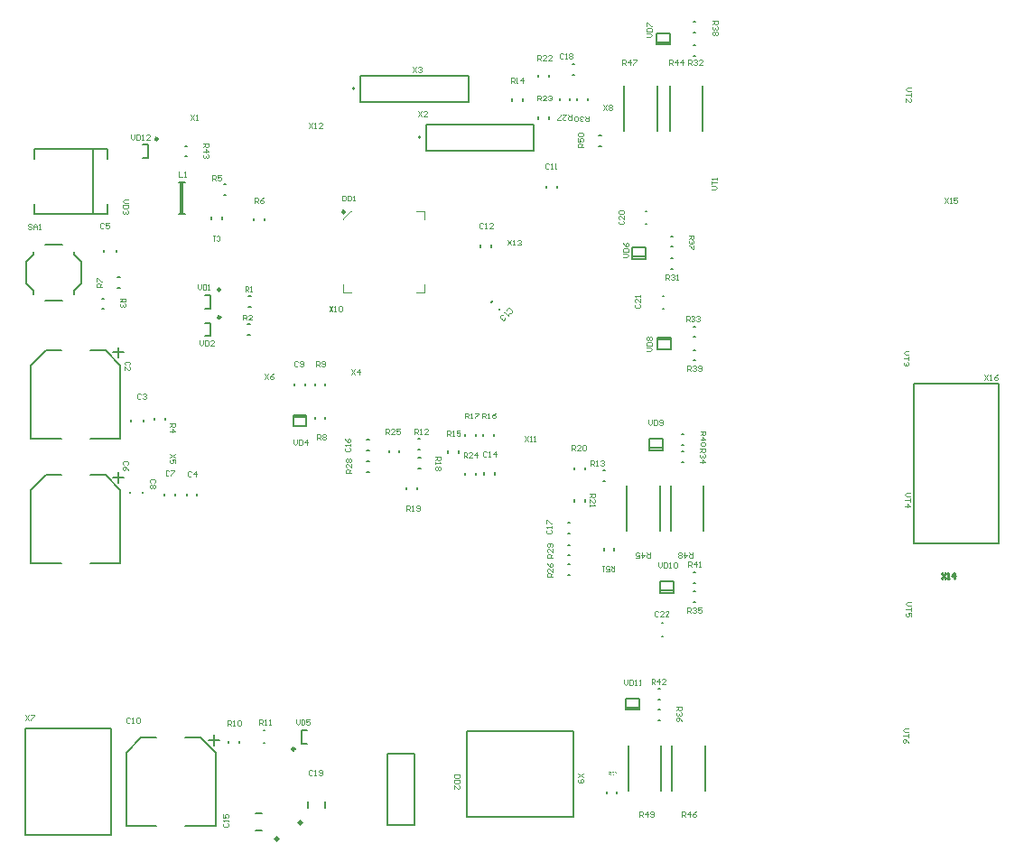
<source format=gto>
G04 Layer_Color=65535*
%FSLAX25Y25*%
%MOIN*%
G70*
G01*
G75*
%ADD39C,0.01000*%
%ADD48C,0.00787*%
%ADD49C,0.00394*%
%ADD50R,0.01575X0.11811*%
G36*
X452730Y138468D02*
X452745Y138466D01*
X452763Y138464D01*
X452783Y138461D01*
X452803Y138457D01*
X452850Y138444D01*
X452898Y138426D01*
X452921Y138415D01*
X452945Y138402D01*
X452967Y138386D01*
X452987Y138368D01*
X452989Y138366D01*
X452992Y138364D01*
X452996Y138357D01*
X453003Y138349D01*
X453012Y138340D01*
X453021Y138328D01*
X453030Y138315D01*
X453041Y138298D01*
X453060Y138264D01*
X453078Y138220D01*
X453085Y138198D01*
X453089Y138173D01*
X453092Y138147D01*
X453094Y138120D01*
Y138117D01*
Y138107D01*
X453092Y138093D01*
X453090Y138073D01*
X453087Y138051D01*
X453080Y138025D01*
X453072Y137998D01*
X453061Y137971D01*
X453060Y137967D01*
X453056Y137958D01*
X453049Y137944D01*
X453038Y137924D01*
X453023Y137902D01*
X453005Y137874D01*
X452983Y137847D01*
X452958Y137816D01*
X452954Y137813D01*
X452945Y137802D01*
X452936Y137793D01*
X452927Y137784D01*
X452916Y137773D01*
X452901Y137758D01*
X452887Y137743D01*
X452869Y137727D01*
X452850Y137709D01*
X452828Y137689D01*
X452805Y137669D01*
X452779Y137645D01*
X452750Y137621D01*
X452721Y137596D01*
X452719Y137594D01*
X452716Y137591D01*
X452708Y137585D01*
X452699Y137578D01*
X452688Y137567D01*
X452676Y137556D01*
X452646Y137532D01*
X452615Y137505D01*
X452586Y137478D01*
X452561Y137454D01*
X452550Y137445D01*
X452541Y137436D01*
X452539Y137434D01*
X452534Y137429D01*
X452526Y137421D01*
X452517Y137410D01*
X452508Y137398D01*
X452497Y137385D01*
X452475Y137354D01*
X453096D01*
Y137205D01*
X452261D01*
Y137206D01*
Y137214D01*
Y137225D01*
X452262Y137239D01*
X452264Y137256D01*
X452268Y137274D01*
X452272Y137292D01*
X452279Y137312D01*
Y137314D01*
X452281Y137316D01*
X452284Y137327D01*
X452291Y137343D01*
X452303Y137365D01*
X452317Y137390D01*
X452335Y137419D01*
X452355Y137449D01*
X452381Y137479D01*
Y137481D01*
X452384Y137483D01*
X452393Y137494D01*
X452410Y137511D01*
X452433Y137534D01*
X452461Y137561D01*
X452495Y137594D01*
X452537Y137631D01*
X452583Y137669D01*
X452585Y137671D01*
X452592Y137676D01*
X452603Y137685D01*
X452615Y137696D01*
X452632Y137711D01*
X452652Y137727D01*
X452672Y137745D01*
X452696Y137765D01*
X452741Y137809D01*
X452787Y137853D01*
X452808Y137874D01*
X452828Y137896D01*
X452847Y137916D01*
X452861Y137936D01*
Y137938D01*
X452865Y137940D01*
X452869Y137945D01*
X452872Y137953D01*
X452885Y137973D01*
X452899Y137996D01*
X452912Y138025D01*
X452925Y138057D01*
X452932Y138091D01*
X452936Y138124D01*
Y138126D01*
Y138128D01*
X452934Y138138D01*
X452932Y138157D01*
X452927Y138177D01*
X452919Y138202D01*
X452907Y138228D01*
X452890Y138253D01*
X452869Y138278D01*
X452865Y138282D01*
X452856Y138289D01*
X452843Y138298D01*
X452823Y138311D01*
X452798Y138322D01*
X452768Y138333D01*
X452734Y138340D01*
X452696Y138342D01*
X452685D01*
X452677Y138340D01*
X452656Y138339D01*
X452630Y138333D01*
X452603Y138326D01*
X452572Y138313D01*
X452543Y138297D01*
X452515Y138275D01*
X452512Y138271D01*
X452504Y138262D01*
X452493Y138248D01*
X452483Y138226D01*
X452470Y138200D01*
X452459Y138168D01*
X452452Y138131D01*
X452448Y138089D01*
X452290Y138106D01*
Y138107D01*
X452291Y138113D01*
Y138122D01*
X452293Y138135D01*
X452297Y138149D01*
X452301Y138166D01*
X452306Y138186D01*
X452312Y138206D01*
X452326Y138249D01*
X452348Y138293D01*
X452361Y138315D01*
X452377Y138337D01*
X452393Y138357D01*
X452412Y138375D01*
X452414Y138377D01*
X452417Y138379D01*
X452423Y138384D01*
X452432Y138390D01*
X452443Y138397D01*
X452455Y138404D01*
X452470Y138413D01*
X452488Y138422D01*
X452508Y138431D01*
X452530Y138441D01*
X452554Y138448D01*
X452579Y138455D01*
X452606Y138461D01*
X452635Y138466D01*
X452666Y138468D01*
X452699Y138470D01*
X452717D01*
X452730Y138468D01*
D02*
G37*
G36*
X450697Y138462D02*
X450714D01*
X450752Y138461D01*
X450792Y138455D01*
X450836Y138450D01*
X450876Y138441D01*
X450896Y138435D01*
X450912Y138430D01*
X450914D01*
X450916Y138428D01*
X450926Y138422D01*
X450943Y138415D01*
X450963Y138402D01*
X450985Y138386D01*
X451008Y138364D01*
X451030Y138339D01*
X451052Y138310D01*
Y138308D01*
X451054Y138306D01*
X451061Y138295D01*
X451068Y138277D01*
X451079Y138253D01*
X451088Y138226D01*
X451098Y138193D01*
X451103Y138158D01*
X451105Y138120D01*
Y138118D01*
Y138115D01*
Y138107D01*
X451103Y138098D01*
Y138086D01*
X451101Y138073D01*
X451094Y138042D01*
X451083Y138005D01*
X451068Y137967D01*
X451047Y137929D01*
X451032Y137911D01*
X451018Y137893D01*
X451016Y137891D01*
X451014Y137889D01*
X451008Y137884D01*
X451001Y137878D01*
X450992Y137871D01*
X450981Y137864D01*
X450967Y137855D01*
X450952Y137844D01*
X450934Y137834D01*
X450914Y137825D01*
X450892Y137814D01*
X450868Y137805D01*
X450841Y137798D01*
X450814Y137789D01*
X450783Y137784D01*
X450750Y137778D01*
X450754Y137776D01*
X450761Y137773D01*
X450772Y137765D01*
X450786Y137758D01*
X450819Y137738D01*
X450836Y137725D01*
X450850Y137714D01*
X450854Y137711D01*
X450863Y137702D01*
X450877Y137687D01*
X450896Y137669D01*
X450916Y137643D01*
X450939Y137616D01*
X450963Y137583D01*
X450988Y137547D01*
X451205Y137205D01*
X450997D01*
X450832Y137467D01*
Y137469D01*
X450828Y137472D01*
X450825Y137478D01*
X450819Y137485D01*
X450806Y137505D01*
X450790Y137531D01*
X450770Y137558D01*
X450750Y137587D01*
X450730Y137614D01*
X450712Y137640D01*
X450710Y137642D01*
X450704Y137649D01*
X450695Y137660D01*
X450683Y137672D01*
X450655Y137700D01*
X450641Y137713D01*
X450626Y137723D01*
X450624Y137725D01*
X450621Y137727D01*
X450613Y137731D01*
X450603Y137736D01*
X450592Y137742D01*
X450579Y137747D01*
X450550Y137756D01*
X450548D01*
X450544Y137758D01*
X450537D01*
X450528Y137760D01*
X450515Y137762D01*
X450501D01*
X450481Y137764D01*
X450266D01*
Y137205D01*
X450098D01*
Y138464D01*
X450683D01*
X450697Y138462D01*
D02*
G37*
G36*
X452079Y138300D02*
X451574D01*
X451507Y137960D01*
X451509Y137962D01*
X451513Y137964D01*
X451518Y137967D01*
X451527Y137973D01*
X451538Y137978D01*
X451551Y137986D01*
X451580Y138000D01*
X451616Y138015D01*
X451656Y138027D01*
X451700Y138037D01*
X451722Y138040D01*
X451762D01*
X451773Y138038D01*
X451787Y138037D01*
X451804Y138035D01*
X451822Y138031D01*
X451842Y138025D01*
X451886Y138013D01*
X451909Y138004D01*
X451933Y137991D01*
X451957Y137978D01*
X451980Y137964D01*
X452002Y137945D01*
X452024Y137925D01*
X452026Y137924D01*
X452029Y137920D01*
X452035Y137915D01*
X452042Y137905D01*
X452051Y137893D01*
X452060Y137880D01*
X452071Y137864D01*
X452082Y137845D01*
X452091Y137825D01*
X452102Y137803D01*
X452111Y137778D01*
X452120Y137752D01*
X452128Y137725D01*
X452133Y137694D01*
X452137Y137663D01*
X452139Y137631D01*
Y137629D01*
Y137623D01*
Y137614D01*
X452137Y137601D01*
X452135Y137587D01*
X452133Y137571D01*
X452130Y137550D01*
X452126Y137531D01*
X452115Y137483D01*
X452097Y137434D01*
X452086Y137409D01*
X452071Y137385D01*
X452057Y137359D01*
X452039Y137336D01*
X452037Y137334D01*
X452033Y137329D01*
X452026Y137321D01*
X452017Y137312D01*
X452004Y137301D01*
X451989Y137287D01*
X451971Y137274D01*
X451951Y137259D01*
X451929Y137245D01*
X451904Y137232D01*
X451877Y137219D01*
X451848Y137206D01*
X451817Y137197D01*
X451782Y137190D01*
X451746Y137185D01*
X451707Y137183D01*
X451691D01*
X451678Y137185D01*
X451664Y137187D01*
X451647Y137188D01*
X451627Y137190D01*
X451607Y137196D01*
X451562Y137206D01*
X451516Y137223D01*
X451493Y137234D01*
X451469Y137247D01*
X451447Y137261D01*
X451425Y137277D01*
X451423Y137279D01*
X451420Y137281D01*
X451416Y137288D01*
X451409Y137296D01*
X451400Y137305D01*
X451391Y137316D01*
X451380Y137330D01*
X451371Y137347D01*
X451360Y137363D01*
X451349Y137383D01*
X451329Y137427D01*
X451312Y137478D01*
X451307Y137505D01*
X451303Y137534D01*
X451465Y137547D01*
Y137545D01*
Y137541D01*
X451467Y137536D01*
X451469Y137527D01*
X451474Y137507D01*
X451482Y137479D01*
X451493Y137452D01*
X451507Y137421D01*
X451525Y137394D01*
X451547Y137369D01*
X451551Y137367D01*
X451558Y137359D01*
X451573Y137350D01*
X451593Y137339D01*
X451615Y137329D01*
X451642Y137319D01*
X451673Y137312D01*
X451707Y137310D01*
X451718D01*
X451725Y137312D01*
X451747Y137314D01*
X451773Y137321D01*
X451804Y137330D01*
X451835Y137345D01*
X451867Y137367D01*
X451882Y137379D01*
X451897Y137394D01*
X451898Y137396D01*
X451900Y137398D01*
X451904Y137403D01*
X451909Y137409D01*
X451922Y137429D01*
X451937Y137454D01*
X451949Y137485D01*
X451962Y137523D01*
X451971Y137569D01*
X451975Y137592D01*
Y137618D01*
Y137620D01*
Y137623D01*
Y137631D01*
X451973Y137640D01*
Y137651D01*
X451971Y137663D01*
X451966Y137692D01*
X451957Y137727D01*
X451944Y137762D01*
X451926Y137794D01*
X451900Y137825D01*
Y137827D01*
X451897Y137829D01*
X451888Y137838D01*
X451871Y137851D01*
X451849Y137865D01*
X451820Y137878D01*
X451787Y137891D01*
X451749Y137900D01*
X451727Y137904D01*
X451693D01*
X451678Y137902D01*
X451660Y137900D01*
X451638Y137894D01*
X451616Y137889D01*
X451593Y137880D01*
X451569Y137869D01*
X451567Y137867D01*
X451560Y137864D01*
X451549Y137855D01*
X451534Y137845D01*
X451520Y137833D01*
X451505Y137816D01*
X451489Y137800D01*
X451476Y137780D01*
X451331Y137800D01*
X451452Y138448D01*
X452079D01*
Y138300D01*
D02*
G37*
%LPC*%
G36*
X450663Y138324D02*
X450266D01*
Y137907D01*
X450641D01*
X450663Y137909D01*
X450688Y137911D01*
X450717Y137913D01*
X450746Y137916D01*
X450775Y137922D01*
X450801Y137929D01*
X450805Y137931D01*
X450812Y137935D01*
X450823Y137940D01*
X450837Y137947D01*
X450854Y137958D01*
X450870Y137971D01*
X450886Y137987D01*
X450899Y138005D01*
X450901Y138007D01*
X450905Y138015D01*
X450910Y138025D01*
X450917Y138040D01*
X450923Y138057D01*
X450928Y138075D01*
X450932Y138096D01*
X450934Y138118D01*
Y138120D01*
Y138122D01*
X450932Y138133D01*
X450930Y138149D01*
X450926Y138171D01*
X450917Y138193D01*
X450907Y138218D01*
X450890Y138242D01*
X450868Y138266D01*
X450865Y138268D01*
X450856Y138275D01*
X450841Y138284D01*
X450817Y138295D01*
X450790Y138306D01*
X450754Y138315D01*
X450712Y138322D01*
X450663Y138324D01*
D02*
G37*
%LPD*%
D39*
X283661Y372244D02*
G03*
X283661Y372244I-492J0D01*
G01*
X352756Y345276D02*
G03*
X352756Y345276I-492J0D01*
G01*
X306791Y316634D02*
G03*
X306791Y316634I-492J0D01*
G01*
Y306398D02*
G03*
X306791Y306398I-492J0D01*
G01*
X334252Y146949D02*
G03*
X334252Y146949I-492J0D01*
G01*
X573161Y211890D02*
X574473Y209922D01*
Y211890D02*
X573161Y209922D01*
X575129D02*
X575784D01*
X575456D01*
Y211890D01*
X575129Y211562D01*
X577752Y209922D02*
Y211890D01*
X576768Y210906D01*
X578080D01*
X336187Y119193D02*
Y120505D01*
X335531Y119849D02*
X336842D01*
X327953Y113977D02*
X326641D01*
X327297Y113321D02*
Y114633D01*
D48*
X380605Y372933D02*
G03*
X380605Y372933I-394J0D01*
G01*
X356372Y390846D02*
G03*
X356372Y390846I-394J0D01*
G01*
X435039Y218406D02*
X435827D01*
X435039Y222342D02*
X435827D01*
X427067Y354232D02*
Y355020D01*
X431004Y354232D02*
Y355020D01*
X402756Y332283D02*
Y333071D01*
X406693Y332283D02*
Y333071D01*
X406893Y311940D02*
X407449Y312497D01*
X409677Y309156D02*
X410233Y309713D01*
X278051Y370177D02*
X280118D01*
X278051Y365256D02*
X280118D01*
Y370177D01*
X293701Y365748D02*
X294488D01*
X293701Y369685D02*
X294488D01*
X436713Y395965D02*
X437500D01*
X436713Y399902D02*
X437500D01*
X448327Y220374D02*
Y221161D01*
X452264Y220374D02*
Y221161D01*
X307382Y342618D02*
Y343406D01*
X303445Y342618D02*
Y343406D01*
X269882Y288681D02*
X269882Y261909D01*
X264370Y294193D02*
X269882Y288681D01*
X236811Y288681D02*
X236811Y261909D01*
X236811Y288681D02*
X242323Y294193D01*
X236811Y261713D02*
X236811Y261909D01*
X236811Y261713D02*
X248031Y261713D01*
X269882Y261516D02*
X269882Y261909D01*
X258661Y261516D02*
X269882D01*
X242323Y294193D02*
X242520Y294390D01*
X248031Y294390D01*
X264173Y294390D02*
X264370Y294193D01*
X258661Y294390D02*
X264173D01*
X267126Y293406D02*
X271063D01*
X269094Y291437D02*
X269094Y295374D01*
X273819Y268012D02*
Y268406D01*
X278543Y268012D02*
Y268406D01*
X298228Y241339D02*
X298228Y240551D01*
X294291Y241339D02*
X294291Y240551D01*
X268504Y330709D02*
Y331102D01*
X263779Y330709D02*
Y331102D01*
X269882Y242618D02*
X269882Y215846D01*
X264370Y248130D02*
X269882Y242618D01*
X236811Y242618D02*
X236811Y215846D01*
X236811Y242618D02*
X242323Y248130D01*
X236811Y215650D02*
X236811Y215846D01*
X236811Y215650D02*
X248031Y215650D01*
X269882Y215453D02*
X269882Y215846D01*
X258661Y215453D02*
X269882D01*
X242323Y248130D02*
X242520Y248327D01*
X248031D01*
X264173D02*
X264370Y248130D01*
X258661Y248327D02*
X264173D01*
X267126Y247342D02*
X271063D01*
X269094Y245374D02*
Y249311D01*
X290158Y241339D02*
X290158Y240551D01*
X286221Y241339D02*
X286221Y240551D01*
X278150Y241929D02*
X278150Y241535D01*
X273425D02*
Y241929D01*
X291339Y356299D02*
X293701D01*
X291339Y344488D02*
X293701D01*
X317224Y310138D02*
X318012D01*
X317224Y314075D02*
X318012D01*
X316831Y299902D02*
X317618Y299902D01*
X316831Y303839D02*
X317618D01*
X262992Y313386D02*
X263779D01*
X262992Y309449D02*
X263779D01*
X286417Y269390D02*
X286417Y268602D01*
X282480Y268602D02*
Y269390D01*
X307972Y355413D02*
X308760D01*
X307972Y351476D02*
X308760D01*
X323048Y342126D02*
Y342913D01*
X319111Y342126D02*
Y342913D01*
X268898Y321260D02*
X269685D01*
X268898Y317323D02*
X269685D01*
X473032Y328110D02*
X473819D01*
X473032Y324173D02*
X473819D01*
X481398Y406988D02*
X482185D01*
X481398Y403051D02*
X482185D01*
X473032Y336378D02*
X473819D01*
X473032Y332441D02*
X473819D01*
X481398Y415650D02*
X482185D01*
X481398Y411713D02*
X482185D01*
X484941Y375295D02*
X484941Y391831D01*
X472736Y375295D02*
Y391831D01*
X455807Y375295D02*
Y391831D01*
X468012Y375295D02*
Y391831D01*
X235039Y318898D02*
Y326772D01*
X242126Y333071D02*
X248425D01*
X242126Y312598D02*
X248425D01*
X255512Y318898D02*
Y326772D01*
X235039Y318898D02*
X235039D01*
X237795Y316142D01*
Y314961D02*
Y316142D01*
X235039Y326772D02*
X235039D01*
X237795Y329528D01*
Y330709D01*
X255512Y318898D02*
X255512D01*
X252756Y316142D02*
X255512Y318898D01*
X252756Y314961D02*
Y316142D01*
X255512Y326772D02*
X255512D01*
X252756Y329528D02*
X255512Y326772D01*
X252756Y329528D02*
Y330709D01*
X301181Y314567D02*
X303248D01*
X301181Y309646D02*
X303248D01*
X303248Y314567D01*
X301181Y304331D02*
X303248D01*
X301181Y299409D02*
X303248D01*
Y304331D01*
X259941Y344587D02*
X259941Y368602D01*
X238090Y364961D02*
Y368602D01*
Y344587D02*
Y348228D01*
X265256Y344587D02*
Y348228D01*
Y364961D02*
Y368602D01*
X238090D02*
X265256D01*
X238090Y344587D02*
X265256D01*
X458760Y328012D02*
X463681D01*
X458760D02*
Y332146D01*
X463681Y328012D02*
Y332146D01*
X458760D02*
X463681D01*
X458760Y328799D02*
X463681D01*
X382677Y367913D02*
X392495D01*
X382677Y377559D02*
X382677Y367913D01*
X412131Y367913D02*
X422539D01*
X382677Y377559D02*
X422539Y377559D01*
X422539Y367913D02*
Y377559D01*
X392495Y367913D02*
X412131D01*
X358445Y385827D02*
X368263D01*
X358445Y385827D02*
X358445Y395472D01*
X387899Y385827D02*
X398307D01*
X358445Y395472D02*
X398307Y395472D01*
X398307Y385827D02*
X398307Y395472D01*
X368263Y385827D02*
X387899D01*
X234842Y154626D02*
X266339D01*
X234842Y115256D02*
Y154626D01*
Y115256D02*
X266339D01*
Y154626D01*
X468209Y298858D02*
X473130Y298858D01*
Y294724D02*
Y298858D01*
X468209Y294724D02*
Y298858D01*
Y294724D02*
X473130Y294724D01*
X468209Y298071D02*
X473130D01*
X481398Y303051D02*
X482185D01*
X481398Y299114D02*
X482185D01*
X481398Y294390D02*
X482185D01*
X481398Y290453D02*
X482185Y290453D01*
X476968Y256791D02*
X477756D01*
X476968Y252854D02*
X477756D01*
X465256Y257382D02*
X470177Y257382D01*
X465256Y257382D02*
Y261516D01*
X470177Y257382D02*
Y261516D01*
X465256D02*
X470177D01*
X465256Y258169D02*
X470177D01*
X476968Y263304D02*
X477756Y263304D01*
X476968Y259367D02*
X477756D01*
X473032Y227559D02*
X473032Y244094D01*
X485236Y227559D02*
Y244094D01*
X469095Y227559D02*
X469095Y244094D01*
X456890Y227559D02*
Y244094D01*
X468307Y161614D02*
X469095D01*
X468307Y157677D02*
X469095D01*
X456398Y161516D02*
X461319D01*
X456398D02*
Y165650D01*
X461319Y161516D02*
Y165650D01*
X456398D02*
X461319D01*
X456398Y162303D02*
X461319D01*
X468307Y169095D02*
X469095D01*
X468307Y165157D02*
X469095D01*
X481398Y205118D02*
X482185D01*
X481398Y201181D02*
X482185D01*
X469095Y204626D02*
X474016Y204626D01*
X469095Y204626D02*
Y208760D01*
X474016Y204626D02*
Y208760D01*
X469095Y208760D02*
X474016Y208760D01*
X469095Y205413D02*
X474016D01*
X481398Y212205D02*
X482185D01*
X481398Y208268D02*
X482185D01*
X485728Y131693D02*
Y148228D01*
X473524Y131693D02*
Y148228D01*
X457382Y131693D02*
X457382Y148228D01*
X469587Y148228D02*
X469587Y131693D01*
X401198Y262598D02*
Y263386D01*
X397261Y262598D02*
Y263386D01*
X407711Y262598D02*
Y263386D01*
X403774Y262598D02*
Y263386D01*
X390748Y256398D02*
Y257185D01*
X394685Y256398D02*
Y257185D01*
X408104Y248327D02*
Y249114D01*
X404167Y248327D02*
Y249114D01*
X401198Y248228D02*
Y249016D01*
X397261Y248228D02*
Y249016D01*
X368307Y118996D02*
X378543D01*
X368307Y145374D02*
X378543D01*
Y118996D02*
Y145374D01*
X368307Y118996D02*
Y145374D01*
X345537Y127461D02*
X345537Y125098D01*
X339041D02*
Y127461D01*
X319685Y123327D02*
X322047D01*
X319685Y116831D02*
X322047Y116831D01*
X305118Y118799D02*
Y145571D01*
X299606Y151083D02*
X305118Y145571D01*
X272047Y118799D02*
Y145571D01*
X277559Y151083D01*
X272047Y118602D02*
Y118799D01*
Y118602D02*
X283268D01*
X305118Y118405D02*
Y118799D01*
X293898Y118405D02*
X305118D01*
X277559Y151083D02*
X277756Y151279D01*
X283268D01*
X299410D02*
X299606Y151083D01*
X293898Y151279D02*
X299410D01*
X302362Y150295D02*
X306299D01*
X304331Y148327D02*
Y152264D01*
X309842Y149114D02*
Y149902D01*
X313779Y149114D02*
Y149902D01*
X322638Y153740D02*
X323031D01*
X322638Y149213D02*
X323031D01*
X336811Y149016D02*
X338878D01*
X336811Y153937D02*
X338878D01*
X336811Y149016D02*
Y153937D01*
X453248Y130512D02*
X453248Y131299D01*
X449311Y130512D02*
Y131299D01*
X446555Y373425D02*
X447342Y373425D01*
X446555Y369488D02*
X447342D01*
X375591Y242897D02*
Y243684D01*
X379528Y242897D02*
Y243684D01*
X379840Y254429D02*
X380627D01*
X379840Y250492D02*
X380627D01*
X360925Y249311D02*
X361713D01*
X360925Y253248D02*
X361713D01*
X360925Y261122D02*
X361713D01*
X360925Y257185D02*
X361713D01*
X368979Y256496D02*
Y257283D01*
X372916Y256496D02*
Y257283D01*
X379724Y257579D02*
X380512D01*
X379724Y261516D02*
X380512D01*
X437385Y238369D02*
Y239157D01*
X441322Y238369D02*
Y239157D01*
X437385Y250197D02*
Y250984D01*
X441322Y250197D02*
Y250984D01*
X435039Y230610D02*
X435827D01*
X435039Y226673D02*
X435827Y226673D01*
X435039Y211221D02*
X435827Y211221D01*
X435039Y215158D02*
X435827D01*
X448130Y245965D02*
X448917D01*
X448130Y249902D02*
X448917D01*
X424114Y379724D02*
X424114Y380512D01*
X428051Y379724D02*
Y380512D01*
X438484Y387402D02*
X438484Y386614D01*
X442421Y386614D02*
Y387402D01*
X345571Y281890D02*
X345571Y281102D01*
X341634Y281102D02*
Y281890D01*
X345571Y268898D02*
Y269685D01*
X341634Y268898D02*
Y269685D01*
X334154Y281102D02*
Y281890D01*
X338090Y281102D02*
X338090Y281890D01*
X333661Y270357D02*
X338583Y270357D01*
Y266223D02*
Y270357D01*
X333661Y266223D02*
Y270357D01*
Y266223D02*
X338583D01*
X333661Y269570D02*
X338583Y269570D01*
X463779Y345669D02*
X464173D01*
X463779Y340945D02*
X464173D01*
X424114Y395079D02*
Y395866D01*
X428051Y395079D02*
Y395866D01*
X431988Y386614D02*
X431988Y387402D01*
X435925Y386614D02*
Y387402D01*
X594193Y222835D02*
Y262205D01*
X562697Y222835D02*
X594193D01*
X562697D02*
Y262205D01*
Y242520D02*
Y281890D01*
X594193Y242520D02*
Y281890D01*
X562697D02*
X594193D01*
X418405Y386319D02*
X418405Y387106D01*
X414468Y387106D02*
X414468Y386319D01*
X469685Y193405D02*
X470079D01*
X469685Y188681D02*
X470079D01*
X469980Y314272D02*
X470374Y314272D01*
X469980Y309547D02*
X470374Y309547D01*
X437106Y122047D02*
Y153543D01*
X397736D02*
X437106D01*
X397736Y122047D02*
Y153543D01*
Y122047D02*
X437106D01*
X467913Y407244D02*
X472835D01*
X467913D02*
Y411378D01*
X472835Y407244D02*
Y411378D01*
X467913D02*
X472835D01*
X467913Y408032D02*
X472835D01*
D49*
X354724Y345472D02*
X355020D01*
X352264Y343012D02*
X354724Y345472D01*
X352264Y342520D02*
Y343012D01*
X379134Y345472D02*
X382185D01*
Y342520D02*
Y345472D01*
Y315551D02*
Y318504D01*
X379134Y315551D02*
X382185D01*
X352264D02*
X355118D01*
X352264D02*
Y318504D01*
X346950Y310481D02*
X348261Y308513D01*
Y310481D02*
X346950Y308513D01*
X348917D02*
X349573D01*
X349245D01*
Y310481D01*
X348917Y310153D01*
X350557D02*
X350885Y310481D01*
X351541D01*
X351869Y310153D01*
Y308841D01*
X351541Y308513D01*
X350885D01*
X350557Y308841D01*
Y310153D01*
X305283Y334974D02*
X305611Y334646D01*
X306266D01*
X306594Y334974D01*
Y336286D01*
X306266Y336614D01*
X305611D01*
X305283Y336286D01*
X304627Y336614D02*
X303971D01*
X304299D01*
Y334646D01*
X304627Y334974D01*
X273195Y288747D02*
X273523Y289075D01*
Y289731D01*
X273195Y290059D01*
X271883D01*
X271555Y289731D01*
Y289075D01*
X271883Y288747D01*
X271555Y286779D02*
Y288091D01*
X272867Y286779D01*
X273195D01*
X273523Y287107D01*
Y287763D01*
X273195Y288091D01*
X277493Y278018D02*
X277165Y278346D01*
X276509D01*
X276181Y278018D01*
Y276706D01*
X276509Y276378D01*
X277165D01*
X277493Y276706D01*
X278149Y278018D02*
X278477Y278346D01*
X279133D01*
X279461Y278018D01*
Y277690D01*
X279133Y277362D01*
X278805D01*
X279133D01*
X279461Y277034D01*
Y276706D01*
X279133Y276378D01*
X278477D01*
X278149Y276706D01*
X295997Y249278D02*
X295669Y249606D01*
X295013D01*
X294685Y249278D01*
Y247966D01*
X295013Y247638D01*
X295669D01*
X295997Y247966D01*
X297637Y247638D02*
Y249606D01*
X296653Y248622D01*
X297965D01*
X263812Y340912D02*
X263484Y341240D01*
X262828D01*
X262500Y340912D01*
Y339600D01*
X262828Y339272D01*
X263484D01*
X263812Y339600D01*
X265780Y341240D02*
X264468D01*
Y340256D01*
X265124Y340584D01*
X265452D01*
X265780Y340256D01*
Y339600D01*
X265452Y339272D01*
X264796D01*
X264468Y339600D01*
X272309Y251936D02*
X272637Y252264D01*
Y252920D01*
X272309Y253248D01*
X270997D01*
X270669Y252920D01*
Y252264D01*
X270997Y251936D01*
X272637Y249968D02*
X272309Y250624D01*
X271653Y251280D01*
X270997D01*
X270669Y250952D01*
Y250296D01*
X270997Y249968D01*
X271325D01*
X271653Y250296D01*
Y251280D01*
X287926Y249671D02*
X287598Y249999D01*
X286942D01*
X286614Y249671D01*
Y248359D01*
X286942Y248031D01*
X287598D01*
X287926Y248359D01*
X288582Y249999D02*
X289894D01*
Y249671D01*
X288582Y248359D01*
Y248031D01*
X282545Y245145D02*
X282873Y245473D01*
Y246129D01*
X282545Y246457D01*
X281234D01*
X280906Y246129D01*
Y245473D01*
X281234Y245145D01*
X282545Y244489D02*
X282873Y244161D01*
Y243505D01*
X282545Y243177D01*
X282217D01*
X281889Y243505D01*
X281561Y243177D01*
X281234D01*
X280906Y243505D01*
Y244161D01*
X281234Y244489D01*
X281561D01*
X281889Y244161D01*
X282217Y244489D01*
X282545D01*
X281889Y244161D02*
Y243505D01*
X335564Y289829D02*
X335236Y290157D01*
X334580D01*
X334252Y289829D01*
Y288517D01*
X334580Y288189D01*
X335236D01*
X335564Y288517D01*
X336220D02*
X336548Y288189D01*
X337204D01*
X337532Y288517D01*
Y289829D01*
X337204Y290157D01*
X336548D01*
X336220Y289829D01*
Y289501D01*
X336548Y289173D01*
X337532D01*
X273359Y158234D02*
X273031Y158562D01*
X272375D01*
X272047Y158234D01*
Y156922D01*
X272375Y156595D01*
X273031D01*
X273359Y156922D01*
X274015Y156595D02*
X274671D01*
X274343D01*
Y158562D01*
X274015Y158234D01*
X275655D02*
X275983Y158562D01*
X276639D01*
X276967Y158234D01*
Y156922D01*
X276639Y156595D01*
X275983D01*
X275655Y156922D01*
Y158234D01*
X427985Y362959D02*
X427657Y363287D01*
X427001D01*
X426673Y362959D01*
Y361647D01*
X427001Y361319D01*
X427657D01*
X427985Y361647D01*
X428641Y361319D02*
X429297D01*
X428969D01*
Y363287D01*
X428641Y362959D01*
X430281Y361319D02*
X430937D01*
X430609D01*
Y363287D01*
X430281Y362959D01*
X403674Y340813D02*
X403346Y341141D01*
X402690D01*
X402362Y340813D01*
Y339501D01*
X402690Y339173D01*
X403346D01*
X403674Y339501D01*
X404330Y339173D02*
X404986D01*
X404658D01*
Y341141D01*
X404330Y340813D01*
X407282Y339173D02*
X405970D01*
X407282Y340485D01*
Y340813D01*
X406954Y341141D01*
X406298D01*
X405970Y340813D01*
X413527Y307904D02*
X413991Y307904D01*
X414455Y308368D01*
X414455Y308832D01*
X413527Y309760D01*
X413064D01*
X412600Y309296D01*
Y308832D01*
X411904Y308600D02*
X411440Y308136D01*
X411672Y308368D01*
X413064Y306977D01*
X413064Y307440D01*
X411904Y306281D02*
Y305817D01*
X411440Y305353D01*
X410977D01*
X410744Y305585D01*
Y306049D01*
X410977Y306281D01*
X410744Y306049D01*
X410281D01*
X410049Y306281D01*
Y306745D01*
X410513Y307209D01*
X410977D01*
X405086Y256660D02*
X404758Y256988D01*
X404102D01*
X403774Y256660D01*
Y255348D01*
X404102Y255020D01*
X404758D01*
X405086Y255348D01*
X405742Y255020D02*
X406397D01*
X406070D01*
Y256988D01*
X405742Y256660D01*
X408365Y255020D02*
Y256988D01*
X407381Y256004D01*
X408693D01*
X308203Y119422D02*
X307875Y119094D01*
Y118438D01*
X308203Y118110D01*
X309514D01*
X309842Y118438D01*
Y119094D01*
X309514Y119422D01*
X309842Y120078D02*
Y120734D01*
Y120406D01*
X307875D01*
X308203Y120078D01*
X307875Y123030D02*
Y121718D01*
X308859D01*
X308531Y122374D01*
Y122702D01*
X308859Y123030D01*
X309514D01*
X309842Y122702D01*
Y122046D01*
X309514Y121718D01*
X352986Y258103D02*
X352658Y257775D01*
Y257119D01*
X352986Y256791D01*
X354298D01*
X354626Y257119D01*
Y257775D01*
X354298Y258103D01*
X354626Y258759D02*
Y259415D01*
Y259087D01*
X352658D01*
X352986Y258759D01*
X352658Y261711D02*
X352986Y261055D01*
X353642Y260399D01*
X354298D01*
X354626Y260727D01*
Y261383D01*
X354298Y261711D01*
X353970D01*
X353642Y261383D01*
Y260399D01*
X427494Y227985D02*
X427166Y227657D01*
Y227001D01*
X427494Y226673D01*
X428806D01*
X429134Y227001D01*
Y227657D01*
X428806Y227985D01*
X429134Y228641D02*
Y229297D01*
Y228969D01*
X427166D01*
X427494Y228641D01*
X427166Y230281D02*
Y231593D01*
X427494D01*
X428806Y230281D01*
X429134D01*
X433300Y403510D02*
X432972Y403838D01*
X432316D01*
X431988Y403510D01*
Y402198D01*
X432316Y401870D01*
X432972D01*
X433300Y402198D01*
X433956Y401870D02*
X434612D01*
X434284D01*
Y403838D01*
X433956Y403510D01*
X435596D02*
X435924Y403838D01*
X436580D01*
X436908Y403510D01*
Y403182D01*
X436580Y402854D01*
X436908Y402526D01*
Y402198D01*
X436580Y401870D01*
X435924D01*
X435596Y402198D01*
Y402526D01*
X435924Y402854D01*
X435596Y403182D01*
Y403510D01*
X435924Y402854D02*
X436580D01*
X340682Y138943D02*
X340354Y139271D01*
X339698D01*
X339370Y138943D01*
Y137631D01*
X339698Y137303D01*
X340354D01*
X340682Y137631D01*
X341338Y137303D02*
X341994D01*
X341666D01*
Y139271D01*
X341338Y138943D01*
X342978Y137631D02*
X343306Y137303D01*
X343962D01*
X344290Y137631D01*
Y138943D01*
X343962Y139271D01*
X343306D01*
X342978Y138943D01*
Y138615D01*
X343306Y138287D01*
X344290D01*
X453970Y342060D02*
X453642Y341732D01*
Y341076D01*
X453970Y340748D01*
X455282D01*
X455610Y341076D01*
Y341732D01*
X455282Y342060D01*
X455610Y344028D02*
Y342716D01*
X454298Y344028D01*
X453970D01*
X453642Y343700D01*
Y343044D01*
X453970Y342716D01*
Y344684D02*
X453642Y345012D01*
Y345668D01*
X453970Y345996D01*
X455282D01*
X455610Y345668D01*
Y345012D01*
X455282Y344684D01*
X453970D01*
X460188Y311154D02*
X459860Y310826D01*
Y310171D01*
X460188Y309842D01*
X461500D01*
X461828Y310171D01*
Y310826D01*
X461500Y311154D01*
X461828Y313122D02*
Y311810D01*
X460516Y313122D01*
X460188D01*
X459860Y312794D01*
Y312138D01*
X460188Y311810D01*
X461828Y313778D02*
Y314434D01*
Y314106D01*
X459860D01*
X460188Y313778D01*
X468339Y197703D02*
X468012Y198031D01*
X467355D01*
X467028Y197703D01*
Y196391D01*
X467355Y196063D01*
X468012D01*
X468339Y196391D01*
X470307Y196063D02*
X468995D01*
X470307Y197375D01*
Y197703D01*
X469979Y198031D01*
X469323D01*
X468995Y197703D01*
X472275Y196063D02*
X470963D01*
X472275Y197375D01*
Y197703D01*
X471947Y198031D01*
X471291D01*
X470963Y197703D01*
X351870Y351377D02*
Y349410D01*
X352854D01*
X353182Y349737D01*
Y351049D01*
X352854Y351377D01*
X351870D01*
X353838D02*
Y349410D01*
X354822D01*
X355150Y349737D01*
Y351049D01*
X354822Y351377D01*
X353838D01*
X355806Y349410D02*
X356462D01*
X356134D01*
Y351377D01*
X355806Y351049D01*
X395078Y137500D02*
X393110D01*
Y136516D01*
X393438Y136188D01*
X394750D01*
X395078Y136516D01*
Y137500D01*
Y135532D02*
X393110D01*
Y134548D01*
X393438Y134220D01*
X394750D01*
X395078Y134548D01*
Y135532D01*
X393110Y132252D02*
Y133564D01*
X394422Y132252D01*
X394750D01*
X395078Y132580D01*
Y133236D01*
X394750Y133564D01*
X291339Y360236D02*
Y358268D01*
X292651D01*
X293306D02*
X293962D01*
X293634D01*
Y360236D01*
X293306Y359908D01*
X315945Y316043D02*
Y318011D01*
X316929D01*
X317257Y317683D01*
Y317027D01*
X316929Y316699D01*
X315945D01*
X316601D02*
X317257Y316043D01*
X317913D02*
X318569D01*
X318241D01*
Y318011D01*
X317913Y317683D01*
X315256Y305413D02*
Y307381D01*
X316240D01*
X316568Y307053D01*
Y306397D01*
X316240Y306069D01*
X315256D01*
X315912D02*
X316568Y305413D01*
X318536D02*
X317224D01*
X318536Y306725D01*
Y307053D01*
X318208Y307381D01*
X317552D01*
X317224Y307053D01*
X269685Y313386D02*
X271653D01*
Y312402D01*
X271325Y312074D01*
X270669D01*
X270341Y312402D01*
Y313386D01*
Y312730D02*
X269685Y312074D01*
X271325Y311418D02*
X271653Y311090D01*
Y310434D01*
X271325Y310106D01*
X270997D01*
X270669Y310434D01*
Y310762D01*
Y310434D01*
X270341Y310106D01*
X270013D01*
X269685Y310434D01*
Y311090D01*
X270013Y311418D01*
X288189Y267224D02*
X290157D01*
Y266241D01*
X289829Y265913D01*
X289173D01*
X288845Y266241D01*
Y267224D01*
Y266568D02*
X288189Y265913D01*
Y264273D02*
X290157D01*
X289173Y265257D01*
Y263945D01*
X303740Y356988D02*
Y358956D01*
X304724D01*
X305052Y358628D01*
Y357972D01*
X304724Y357644D01*
X303740D01*
X304396D02*
X305052Y356988D01*
X307020Y358956D02*
X305708D01*
Y357972D01*
X306364Y358300D01*
X306692D01*
X307020Y357972D01*
Y357316D01*
X306692Y356988D01*
X306036D01*
X305708Y357316D01*
X319488Y348622D02*
Y350590D01*
X320472D01*
X320800Y350262D01*
Y349606D01*
X320472Y349278D01*
X319488D01*
X320144D02*
X320800Y348622D01*
X322768Y350590D02*
X322112Y350262D01*
X321456Y349606D01*
Y348950D01*
X321784Y348622D01*
X322440D01*
X322768Y348950D01*
Y349278D01*
X322440Y349606D01*
X321456D01*
X262992Y317717D02*
X261024D01*
Y318701D01*
X261352Y319028D01*
X262008D01*
X262336Y318701D01*
Y317717D01*
Y318373D02*
X262992Y319028D01*
X261024Y319684D02*
Y320996D01*
X261352D01*
X262664Y319684D01*
X262992D01*
X342421Y261221D02*
Y263188D01*
X343405D01*
X343733Y262860D01*
Y262204D01*
X343405Y261876D01*
X342421D01*
X343077D02*
X343733Y261221D01*
X344389Y262860D02*
X344717Y263188D01*
X345373D01*
X345701Y262860D01*
Y262532D01*
X345373Y262204D01*
X345701Y261876D01*
Y261548D01*
X345373Y261221D01*
X344717D01*
X344389Y261548D01*
Y261876D01*
X344717Y262204D01*
X344389Y262532D01*
Y262860D01*
X344717Y262204D02*
X345373D01*
X342126Y288189D02*
Y290157D01*
X343110D01*
X343438Y289829D01*
Y289173D01*
X343110Y288845D01*
X342126D01*
X342782D02*
X343438Y288189D01*
X344094Y288517D02*
X344422Y288189D01*
X345078D01*
X345406Y288517D01*
Y289829D01*
X345078Y290157D01*
X344422D01*
X344094Y289829D01*
Y289501D01*
X344422Y289173D01*
X345406D01*
X309449Y155709D02*
Y157676D01*
X310433D01*
X310761Y157349D01*
Y156693D01*
X310433Y156365D01*
X309449D01*
X310105D02*
X310761Y155709D01*
X311417D02*
X312073D01*
X311745D01*
Y157676D01*
X311417Y157349D01*
X313057D02*
X313385Y157676D01*
X314040D01*
X314369Y157349D01*
Y156037D01*
X314040Y155709D01*
X313385D01*
X313057Y156037D01*
Y157349D01*
X321260Y155807D02*
Y157775D01*
X322244D01*
X322572Y157447D01*
Y156791D01*
X322244Y156463D01*
X321260D01*
X321916D02*
X322572Y155807D01*
X323228D02*
X323884D01*
X323556D01*
Y157775D01*
X323228Y157447D01*
X324868Y155807D02*
X325523D01*
X325196D01*
Y157775D01*
X324868Y157447D01*
X378445Y263189D02*
Y265157D01*
X379429D01*
X379757Y264829D01*
Y264173D01*
X379429Y263845D01*
X378445D01*
X379101D02*
X379757Y263189D01*
X380413D02*
X381069D01*
X380741D01*
Y265157D01*
X380413Y264829D01*
X383365Y263189D02*
X382053D01*
X383365Y264501D01*
Y264829D01*
X383037Y265157D01*
X382381D01*
X382053Y264829D01*
X443405Y251476D02*
Y253444D01*
X444389D01*
X444717Y253116D01*
Y252460D01*
X444389Y252132D01*
X443405D01*
X444062D02*
X444717Y251476D01*
X445373D02*
X446029D01*
X445701D01*
Y253444D01*
X445373Y253116D01*
X447013D02*
X447341Y253444D01*
X447997D01*
X448325Y253116D01*
Y252788D01*
X447997Y252460D01*
X447669D01*
X447997D01*
X448325Y252132D01*
Y251804D01*
X447997Y251476D01*
X447341D01*
X447013Y251804D01*
X413976Y393012D02*
Y394980D01*
X414960D01*
X415288Y394652D01*
Y393996D01*
X414960Y393668D01*
X413976D01*
X414632D02*
X415288Y393012D01*
X415944D02*
X416600D01*
X416272D01*
Y394980D01*
X415944Y394652D01*
X418568Y393012D02*
Y394980D01*
X417584Y393996D01*
X418896D01*
X390354Y262598D02*
Y264566D01*
X391338D01*
X391666Y264238D01*
Y263582D01*
X391338Y263254D01*
X390354D01*
X391010D02*
X391666Y262598D01*
X392322D02*
X392978D01*
X392650D01*
Y264566D01*
X392322Y264238D01*
X395274Y264566D02*
X393962D01*
Y263582D01*
X394618Y263910D01*
X394946D01*
X395274Y263582D01*
Y262926D01*
X394946Y262598D01*
X394290D01*
X393962Y262926D01*
X403445Y269094D02*
Y271062D01*
X404429D01*
X404757Y270734D01*
Y270078D01*
X404429Y269750D01*
X403445D01*
X404101D02*
X404757Y269094D01*
X405413D02*
X406069D01*
X405741D01*
Y271062D01*
X405413Y270734D01*
X408364Y271062D02*
X407709Y270734D01*
X407053Y270078D01*
Y269423D01*
X407381Y269094D01*
X408037D01*
X408364Y269423D01*
Y269750D01*
X408037Y270078D01*
X407053D01*
X397047Y269094D02*
Y271062D01*
X398031D01*
X398359Y270734D01*
Y270078D01*
X398031Y269750D01*
X397047D01*
X397703D02*
X398359Y269094D01*
X399015D02*
X399671D01*
X399343D01*
Y271062D01*
X399015Y270734D01*
X400655Y271062D02*
X401967D01*
Y270734D01*
X400655Y269423D01*
Y269094D01*
X386139Y254823D02*
X388107D01*
Y253839D01*
X387779Y253511D01*
X387123D01*
X386795Y253839D01*
Y254823D01*
Y254167D02*
X386139Y253511D01*
Y252855D02*
Y252199D01*
Y252527D01*
X388107D01*
X387779Y252855D01*
Y251215D02*
X388107Y250887D01*
Y250231D01*
X387779Y249903D01*
X387451D01*
X387123Y250231D01*
X386795Y249903D01*
X386467D01*
X386139Y250231D01*
Y250887D01*
X386467Y251215D01*
X386795D01*
X387123Y250887D01*
X387451Y251215D01*
X387779D01*
X387123Y250887D02*
Y250231D01*
X375394Y234842D02*
Y236810D01*
X376378D01*
X376706Y236482D01*
Y235826D01*
X376378Y235498D01*
X375394D01*
X376050D02*
X376706Y234842D01*
X377362D02*
X378017D01*
X377690D01*
Y236810D01*
X377362Y236482D01*
X379001Y235171D02*
X379329Y234842D01*
X379985D01*
X380313Y235171D01*
Y236482D01*
X379985Y236810D01*
X379329D01*
X379001Y236482D01*
Y236154D01*
X379329Y235826D01*
X380313D01*
X436597Y257283D02*
Y259251D01*
X437581D01*
X437909Y258923D01*
Y258267D01*
X437581Y257939D01*
X436597D01*
X437253D02*
X437909Y257283D01*
X439877D02*
X438565D01*
X439877Y258595D01*
Y258923D01*
X439549Y259251D01*
X438893D01*
X438565Y258923D01*
X440533D02*
X440861Y259251D01*
X441517D01*
X441845Y258923D01*
Y257611D01*
X441517Y257283D01*
X440861D01*
X440533Y257611D01*
Y258923D01*
X443012Y241240D02*
X444980D01*
Y240256D01*
X444652Y239928D01*
X443996D01*
X443668Y240256D01*
Y241240D01*
Y240584D02*
X443012Y239928D01*
Y237960D02*
Y239272D01*
X444324Y237960D01*
X444652D01*
X444980Y238288D01*
Y238944D01*
X444652Y239272D01*
X443012Y237304D02*
Y236649D01*
Y236977D01*
X444980D01*
X444652Y237304D01*
X423721Y401378D02*
Y403346D01*
X424704D01*
X425032Y403018D01*
Y402362D01*
X424704Y402034D01*
X423721D01*
X424376D02*
X425032Y401378D01*
X427000D02*
X425688D01*
X427000Y402690D01*
Y403018D01*
X426672Y403346D01*
X426016D01*
X425688Y403018D01*
X428968Y401378D02*
X427656D01*
X428968Y402690D01*
Y403018D01*
X428640Y403346D01*
X427984D01*
X427656Y403018D01*
X423721Y386417D02*
Y388385D01*
X424704D01*
X425032Y388057D01*
Y387401D01*
X424704Y387073D01*
X423721D01*
X424376D02*
X425032Y386417D01*
X427000D02*
X425688D01*
X427000Y387729D01*
Y388057D01*
X426672Y388385D01*
X426016D01*
X425688Y388057D01*
X427656D02*
X427984Y388385D01*
X428640D01*
X428968Y388057D01*
Y387729D01*
X428640Y387401D01*
X428312D01*
X428640D01*
X428968Y387073D01*
Y386745D01*
X428640Y386417D01*
X427984D01*
X427656Y386745D01*
X396620Y254528D02*
Y256495D01*
X397604D01*
X397932Y256168D01*
Y255511D01*
X397604Y255184D01*
X396620D01*
X397276D02*
X397932Y254528D01*
X399900D02*
X398588D01*
X399900Y255839D01*
Y256168D01*
X399572Y256495D01*
X398916D01*
X398588Y256168D01*
X401540Y254528D02*
Y256495D01*
X400556Y255511D01*
X401868D01*
X367798Y263189D02*
Y265157D01*
X368782D01*
X369110Y264829D01*
Y264173D01*
X368782Y263845D01*
X367798D01*
X368454D02*
X369110Y263189D01*
X371078D02*
X369766D01*
X371078Y264501D01*
Y264829D01*
X370750Y265157D01*
X370094D01*
X369766Y264829D01*
X373046Y265157D02*
X371734D01*
Y264173D01*
X372390Y264501D01*
X372718D01*
X373046Y264173D01*
Y263517D01*
X372718Y263189D01*
X372062D01*
X371734Y263517D01*
X429331Y210433D02*
X427363D01*
Y211417D01*
X427691Y211745D01*
X428347D01*
X428675Y211417D01*
Y210433D01*
Y211089D02*
X429331Y211745D01*
Y213713D02*
Y212401D01*
X428019Y213713D01*
X427691D01*
X427363Y213385D01*
Y212729D01*
X427691Y212401D01*
X427363Y215681D02*
X427691Y215025D01*
X428347Y214369D01*
X429003D01*
X429331Y214697D01*
Y215353D01*
X429003Y215681D01*
X428675D01*
X428347Y215353D01*
Y214369D01*
X436319Y381102D02*
Y379134D01*
X435335D01*
X435007Y379463D01*
Y380118D01*
X435335Y380446D01*
X436319D01*
X435663D02*
X435007Y381102D01*
X433039D02*
X434351D01*
X433039Y379790D01*
Y379463D01*
X433367Y379134D01*
X434023D01*
X434351Y379463D01*
X432383Y379134D02*
X431071D01*
Y379463D01*
X432383Y380774D01*
Y381102D01*
X355020Y248917D02*
X353052D01*
Y249901D01*
X353380Y250229D01*
X354036D01*
X354364Y249901D01*
Y248917D01*
Y249573D02*
X355020Y250229D01*
Y252197D02*
Y250885D01*
X353708Y252197D01*
X353380D01*
X353052Y251869D01*
Y251213D01*
X353380Y250885D01*
Y252853D02*
X353052Y253181D01*
Y253837D01*
X353380Y254165D01*
X353708D01*
X354036Y253837D01*
X354364Y254165D01*
X354692D01*
X355020Y253837D01*
Y253181D01*
X354692Y252853D01*
X354364D01*
X354036Y253181D01*
X353708Y252853D01*
X353380D01*
X354036Y253181D02*
Y253837D01*
X429429Y217717D02*
X427461D01*
Y218701D01*
X427789Y219028D01*
X428445D01*
X428773Y218701D01*
Y217717D01*
Y218373D02*
X429429Y219028D01*
Y220996D02*
Y219684D01*
X428117Y220996D01*
X427789D01*
X427461Y220668D01*
Y220012D01*
X427789Y219684D01*
X429101Y221652D02*
X429429Y221980D01*
Y222636D01*
X429101Y222964D01*
X427789D01*
X427461Y222636D01*
Y221980D01*
X427789Y221652D01*
X428117D01*
X428445Y221980D01*
Y222964D01*
X442815Y380709D02*
Y378741D01*
X441831D01*
X441503Y379069D01*
Y379725D01*
X441831Y380053D01*
X442815D01*
X442159D02*
X441503Y380709D01*
X440847Y379069D02*
X440519Y378741D01*
X439863D01*
X439535Y379069D01*
Y379397D01*
X439863Y379725D01*
X440191D01*
X439863D01*
X439535Y380053D01*
Y380381D01*
X439863Y380709D01*
X440519D01*
X440847Y380381D01*
X438879Y379069D02*
X438551Y378741D01*
X437895D01*
X437567Y379069D01*
Y380381D01*
X437895Y380709D01*
X438551D01*
X438879Y380381D01*
Y379069D01*
X471063Y320236D02*
Y322204D01*
X472047D01*
X472375Y321876D01*
Y321220D01*
X472047Y320892D01*
X471063D01*
X471719D02*
X472375Y320236D01*
X473031Y321876D02*
X473359Y322204D01*
X474015D01*
X474343Y321876D01*
Y321548D01*
X474015Y321220D01*
X473687D01*
X474015D01*
X474343Y320892D01*
Y320564D01*
X474015Y320236D01*
X473359D01*
X473031Y320564D01*
X474999Y320236D02*
X475655D01*
X475327D01*
Y322204D01*
X474999Y321876D01*
X479528Y399508D02*
Y401476D01*
X480512D01*
X480839Y401148D01*
Y400492D01*
X480512Y400164D01*
X479528D01*
X480184D02*
X480839Y399508D01*
X481495Y401148D02*
X481823Y401476D01*
X482479D01*
X482807Y401148D01*
Y400820D01*
X482479Y400492D01*
X482151D01*
X482479D01*
X482807Y400164D01*
Y399836D01*
X482479Y399508D01*
X481823D01*
X481495Y399836D01*
X484775Y399508D02*
X483463D01*
X484775Y400820D01*
Y401148D01*
X484447Y401476D01*
X483791D01*
X483463Y401148D01*
X478642Y305020D02*
Y306988D01*
X479626D01*
X479954Y306660D01*
Y306004D01*
X479626Y305676D01*
X478642D01*
X479298D02*
X479954Y305020D01*
X480610Y306660D02*
X480938Y306988D01*
X481594D01*
X481921Y306660D01*
Y306332D01*
X481594Y306004D01*
X481266D01*
X481594D01*
X481921Y305676D01*
Y305348D01*
X481594Y305020D01*
X480938D01*
X480610Y305348D01*
X482578Y306660D02*
X482905Y306988D01*
X483561D01*
X483889Y306660D01*
Y306332D01*
X483561Y306004D01*
X483233D01*
X483561D01*
X483889Y305676D01*
Y305348D01*
X483561Y305020D01*
X482905D01*
X482578Y305348D01*
X483858Y257776D02*
X485826D01*
Y256792D01*
X485498Y256464D01*
X484842D01*
X484514Y256792D01*
Y257776D01*
Y257120D02*
X483858Y256464D01*
X485498Y255808D02*
X485826Y255480D01*
Y254824D01*
X485498Y254496D01*
X485170D01*
X484842Y254824D01*
Y255152D01*
Y254824D01*
X484514Y254496D01*
X484186D01*
X483858Y254824D01*
Y255480D01*
X484186Y255808D01*
X483858Y252856D02*
X485826D01*
X484842Y253840D01*
Y252528D01*
X479035Y197244D02*
Y199212D01*
X480019D01*
X480347Y198884D01*
Y198228D01*
X480019Y197900D01*
X479035D01*
X479691D02*
X480347Y197244D01*
X481003Y198884D02*
X481331Y199212D01*
X481987D01*
X482315Y198884D01*
Y198556D01*
X481987Y198228D01*
X481659D01*
X481987D01*
X482315Y197900D01*
Y197572D01*
X481987Y197244D01*
X481331D01*
X481003Y197572D01*
X484283Y199212D02*
X482971D01*
Y198228D01*
X483627Y198556D01*
X483955D01*
X484283Y198228D01*
Y197572D01*
X483955Y197244D01*
X483299D01*
X482971Y197572D01*
X475000Y162441D02*
X476968D01*
Y161457D01*
X476640Y161129D01*
X475984D01*
X475656Y161457D01*
Y162441D01*
Y161785D02*
X475000Y161129D01*
X476640Y160473D02*
X476968Y160145D01*
Y159489D01*
X476640Y159161D01*
X476312D01*
X475984Y159489D01*
Y159817D01*
Y159489D01*
X475656Y159161D01*
X475328D01*
X475000Y159489D01*
Y160145D01*
X475328Y160473D01*
X476968Y157193D02*
X476640Y157849D01*
X475984Y158505D01*
X475328D01*
X475000Y158177D01*
Y157521D01*
X475328Y157193D01*
X475656D01*
X475984Y157521D01*
Y158505D01*
X479626Y336713D02*
X481594D01*
Y335729D01*
X481266Y335401D01*
X480610D01*
X480282Y335729D01*
Y336713D01*
Y336057D02*
X479626Y335401D01*
X481266Y334745D02*
X481594Y334417D01*
Y333761D01*
X481266Y333433D01*
X480938D01*
X480610Y333761D01*
Y334089D01*
Y333761D01*
X480282Y333433D01*
X479954D01*
X479626Y333761D01*
Y334417D01*
X479954Y334745D01*
X481594Y332777D02*
Y331465D01*
X481266D01*
X479954Y332777D01*
X479626D01*
X488386Y415945D02*
X490354D01*
Y414961D01*
X490026Y414633D01*
X489370D01*
X489042Y414961D01*
Y415945D01*
Y415289D02*
X488386Y414633D01*
X490026Y413977D02*
X490354Y413649D01*
Y412993D01*
X490026Y412665D01*
X489698D01*
X489370Y412993D01*
Y413321D01*
Y412993D01*
X489042Y412665D01*
X488714D01*
X488386Y412993D01*
Y413649D01*
X488714Y413977D01*
X490026Y412009D02*
X490354Y411681D01*
Y411025D01*
X490026Y410697D01*
X489698D01*
X489370Y411025D01*
X489042Y410697D01*
X488714D01*
X488386Y411025D01*
Y411681D01*
X488714Y412009D01*
X489042D01*
X489370Y411681D01*
X489698Y412009D01*
X490026D01*
X489370Y411681D02*
Y411025D01*
X479035Y286516D02*
Y288484D01*
X480019D01*
X480347Y288156D01*
Y287500D01*
X480019Y287172D01*
X479035D01*
X479691D02*
X480347Y286516D01*
X481003Y288156D02*
X481331Y288484D01*
X481987D01*
X482315Y288156D01*
Y287828D01*
X481987Y287500D01*
X481659D01*
X481987D01*
X482315Y287172D01*
Y286844D01*
X481987Y286516D01*
X481331D01*
X481003Y286844D01*
X482971D02*
X483299Y286516D01*
X483955D01*
X484283Y286844D01*
Y288156D01*
X483955Y288484D01*
X483299D01*
X482971Y288156D01*
Y287828D01*
X483299Y287500D01*
X484283D01*
X483957Y264288D02*
X485924D01*
Y263304D01*
X485597Y262977D01*
X484941D01*
X484613Y263304D01*
Y264288D01*
Y263632D02*
X483957Y262977D01*
Y261337D02*
X485924D01*
X484941Y262320D01*
Y261009D01*
X485597Y260353D02*
X485924Y260025D01*
Y259369D01*
X485597Y259041D01*
X484285D01*
X483957Y259369D01*
Y260025D01*
X484285Y260353D01*
X485597D01*
X479429Y214173D02*
Y216141D01*
X480413D01*
X480741Y215813D01*
Y215157D01*
X480413Y214829D01*
X479429D01*
X480085D02*
X480741Y214173D01*
X482381D02*
Y216141D01*
X481397Y215157D01*
X482709D01*
X483365Y214173D02*
X484021D01*
X483693D01*
Y216141D01*
X483365Y215813D01*
X465945Y171063D02*
Y173031D01*
X466929D01*
X467257Y172703D01*
Y172047D01*
X466929Y171719D01*
X465945D01*
X466601D02*
X467257Y171063D01*
X468897D02*
Y173031D01*
X467913Y172047D01*
X469225D01*
X471193Y171063D02*
X469881D01*
X471193Y172375D01*
Y172703D01*
X470864Y173031D01*
X470209D01*
X469881Y172703D01*
X300394Y370472D02*
X302362D01*
Y369489D01*
X302034Y369161D01*
X301378D01*
X301050Y369489D01*
Y370472D01*
Y369816D02*
X300394Y369161D01*
Y367521D02*
X302362D01*
X301378Y368505D01*
Y367193D01*
X302034Y366537D02*
X302362Y366209D01*
Y365553D01*
X302034Y365225D01*
X301706D01*
X301378Y365553D01*
Y365881D01*
Y365553D01*
X301050Y365225D01*
X300722D01*
X300394Y365553D01*
Y366209D01*
X300722Y366537D01*
X472539Y399705D02*
Y401673D01*
X473523D01*
X473851Y401345D01*
Y400689D01*
X473523Y400361D01*
X472539D01*
X473195D02*
X473851Y399705D01*
X475491D02*
Y401673D01*
X474507Y400689D01*
X475819D01*
X477459Y399705D02*
Y401673D01*
X476475Y400689D01*
X477787D01*
X465453Y219488D02*
Y217520D01*
X464469D01*
X464141Y217848D01*
Y218504D01*
X464469Y218832D01*
X465453D01*
X464797D02*
X464141Y219488D01*
X462501D02*
Y217520D01*
X463485Y218504D01*
X462173D01*
X460205Y217520D02*
X461517D01*
Y218504D01*
X460861Y218176D01*
X460533D01*
X460205Y218504D01*
Y219160D01*
X460533Y219488D01*
X461189D01*
X461517Y219160D01*
X477165Y122047D02*
Y124015D01*
X478149D01*
X478477Y123687D01*
Y123031D01*
X478149Y122703D01*
X477165D01*
X477821D02*
X478477Y122047D01*
X480117D02*
Y124015D01*
X479133Y123031D01*
X480445D01*
X482413Y124015D02*
X481757Y123687D01*
X481101Y123031D01*
Y122375D01*
X481429Y122047D01*
X482085D01*
X482413Y122375D01*
Y122703D01*
X482085Y123031D01*
X481101D01*
X455217Y399705D02*
Y401673D01*
X456201D01*
X456528Y401345D01*
Y400689D01*
X456201Y400361D01*
X455217D01*
X455872D02*
X456528Y399705D01*
X458168D02*
Y401673D01*
X457184Y400689D01*
X458496D01*
X459152Y401673D02*
X460464D01*
Y401345D01*
X459152Y400033D01*
Y399705D01*
X481004Y219587D02*
Y217619D01*
X480020D01*
X479692Y217947D01*
Y218603D01*
X480020Y218931D01*
X481004D01*
X480348D02*
X479692Y219587D01*
X478052D02*
Y217619D01*
X479036Y218603D01*
X477724D01*
X477068Y217947D02*
X476740Y217619D01*
X476084D01*
X475756Y217947D01*
Y218275D01*
X476084Y218603D01*
X475756Y218931D01*
Y219259D01*
X476084Y219587D01*
X476740D01*
X477068Y219259D01*
Y218931D01*
X476740Y218603D01*
X477068Y218275D01*
Y217947D01*
X476740Y218603D02*
X476084D01*
X461417Y121949D02*
Y123917D01*
X462401D01*
X462729Y123589D01*
Y122933D01*
X462401Y122605D01*
X461417D01*
X462073D02*
X462729Y121949D01*
X464369D02*
Y123917D01*
X463385Y122933D01*
X464697D01*
X465353Y122277D02*
X465681Y121949D01*
X466337D01*
X466665Y122277D01*
Y123589D01*
X466337Y123917D01*
X465681D01*
X465353Y123589D01*
Y123261D01*
X465681Y122933D01*
X466665D01*
X237040Y340616D02*
X236712Y340944D01*
X236056D01*
X235728Y340616D01*
Y340288D01*
X236056Y339960D01*
X236712D01*
X237040Y339632D01*
Y339304D01*
X236712Y338976D01*
X236056D01*
X235728Y339304D01*
X237696Y338976D02*
Y340288D01*
X238352Y340944D01*
X239008Y340288D01*
Y338976D01*
Y339960D01*
X237696D01*
X239664Y338976D02*
X240320D01*
X239992D01*
Y340944D01*
X239664Y340616D01*
X298327Y318405D02*
Y317093D01*
X298983Y316437D01*
X299639Y317093D01*
Y318405D01*
X300295D02*
Y316437D01*
X301278D01*
X301606Y316765D01*
Y318077D01*
X301278Y318405D01*
X300295D01*
X302262Y316437D02*
X302918D01*
X302590D01*
Y318405D01*
X302262Y318077D01*
X299213Y297736D02*
Y296424D01*
X299869Y295768D01*
X300524Y296424D01*
Y297736D01*
X301181D02*
Y295768D01*
X302164D01*
X302492Y296096D01*
Y297408D01*
X302164Y297736D01*
X301181D01*
X304460Y295768D02*
X303148D01*
X304460Y297080D01*
Y297408D01*
X304132Y297736D01*
X303476D01*
X303148Y297408D01*
X272736Y349902D02*
X271424D01*
X270768Y349246D01*
X271424Y348590D01*
X272736D01*
Y347934D02*
X270768D01*
Y346950D01*
X271096Y346622D01*
X272408D01*
X272736Y346950D01*
Y347934D01*
X272408Y345966D02*
X272736Y345638D01*
Y344982D01*
X272408Y344654D01*
X272080D01*
X271752Y344982D01*
Y345310D01*
Y344982D01*
X271424Y344654D01*
X271096D01*
X270768Y344982D01*
Y345638D01*
X271096Y345966D01*
X333858Y261220D02*
Y259908D01*
X334514Y259252D01*
X335170Y259908D01*
Y261220D01*
X335826D02*
Y259252D01*
X336810D01*
X337138Y259580D01*
Y260892D01*
X336810Y261220D01*
X335826D01*
X338778Y259252D02*
Y261220D01*
X337794Y260236D01*
X339106D01*
X334646Y157775D02*
Y156463D01*
X335302Y155807D01*
X335958Y156463D01*
Y157775D01*
X336613D02*
Y155807D01*
X337597D01*
X337925Y156135D01*
Y157447D01*
X337597Y157775D01*
X336613D01*
X339893D02*
X338581D01*
Y156791D01*
X339237Y157119D01*
X339565D01*
X339893Y156791D01*
Y156135D01*
X339565Y155807D01*
X338909D01*
X338581Y156135D01*
X455316Y328504D02*
X456628D01*
X457283Y329160D01*
X456628Y329816D01*
X455316D01*
Y330472D02*
X457283D01*
Y331456D01*
X456955Y331784D01*
X455644D01*
X455316Y331456D01*
Y330472D01*
Y333752D02*
X455644Y333096D01*
X456299Y332440D01*
X456955D01*
X457283Y332768D01*
Y333424D01*
X456955Y333752D01*
X456628D01*
X456299Y333424D01*
Y332440D01*
X464174Y409941D02*
X465486D01*
X466142Y410597D01*
X465486Y411253D01*
X464174D01*
Y411909D02*
X466142D01*
Y412893D01*
X465814Y413221D01*
X464502D01*
X464174Y412893D01*
Y411909D01*
Y413877D02*
Y415189D01*
X464502D01*
X465814Y413877D01*
X466142D01*
X463977Y294035D02*
X465289D01*
X465945Y294691D01*
X465289Y295347D01*
X463977D01*
Y296003D02*
X465945D01*
Y296987D01*
X465617Y297315D01*
X464305D01*
X463977Y296987D01*
Y296003D01*
X464305Y297971D02*
X463977Y298299D01*
Y298955D01*
X464305Y299283D01*
X464633D01*
X464961Y298955D01*
X465289Y299283D01*
X465617D01*
X465945Y298955D01*
Y298299D01*
X465617Y297971D01*
X465289D01*
X464961Y298299D01*
X464633Y297971D01*
X464305D01*
X464961Y298299D02*
Y298955D01*
X464764Y268700D02*
Y267388D01*
X465420Y266732D01*
X466076Y267388D01*
Y268700D01*
X466732D02*
Y266732D01*
X467716D01*
X468044Y267060D01*
Y268372D01*
X467716Y268700D01*
X466732D01*
X468700Y267060D02*
X469028Y266732D01*
X469683D01*
X470011Y267060D01*
Y268372D01*
X469683Y268700D01*
X469028D01*
X468700Y268372D01*
Y268044D01*
X469028Y267716D01*
X470011D01*
X468405Y215747D02*
Y214436D01*
X469061Y213779D01*
X469717Y214436D01*
Y215747D01*
X470373D02*
Y213779D01*
X471357D01*
X471685Y214107D01*
Y215419D01*
X471357Y215747D01*
X470373D01*
X472341Y213779D02*
X472997D01*
X472669D01*
Y215747D01*
X472341Y215419D01*
X473981D02*
X474309Y215747D01*
X474965D01*
X475293Y215419D01*
Y214107D01*
X474965Y213779D01*
X474309D01*
X473981Y214107D01*
Y215419D01*
X455709Y172637D02*
Y171325D01*
X456364Y170669D01*
X457021Y171325D01*
Y172637D01*
X457677D02*
Y170669D01*
X458660D01*
X458988Y170997D01*
Y172309D01*
X458660Y172637D01*
X457677D01*
X459644Y170669D02*
X460300D01*
X459972D01*
Y172637D01*
X459644Y172309D01*
X461284Y170669D02*
X461940D01*
X461612D01*
Y172637D01*
X461284Y172309D01*
X273917Y373917D02*
Y372605D01*
X274573Y371949D01*
X275229Y372605D01*
Y373917D01*
X275885D02*
Y371949D01*
X276869D01*
X277197Y372277D01*
Y373589D01*
X276869Y373917D01*
X275885D01*
X277853Y371949D02*
X278509D01*
X278181D01*
Y373917D01*
X277853Y373589D01*
X280805Y371949D02*
X279493D01*
X280805Y373261D01*
Y373589D01*
X280477Y373917D01*
X279821D01*
X279493Y373589D01*
X487993Y353445D02*
X489305D01*
X489961Y354101D01*
X489305Y354757D01*
X487993D01*
Y355413D02*
Y356725D01*
Y356069D01*
X489961D01*
Y357381D02*
Y358036D01*
Y357709D01*
X487993D01*
X488321Y357381D01*
X561712Y391280D02*
X560400D01*
X559744Y390624D01*
X560400Y389968D01*
X561712D01*
Y389312D02*
Y388000D01*
Y388656D01*
X559744D01*
Y386032D02*
Y387344D01*
X561056Y386032D01*
X561384D01*
X561712Y386360D01*
Y387016D01*
X561384Y387344D01*
X560924Y293799D02*
X559613D01*
X558957Y293143D01*
X559613Y292487D01*
X560924D01*
Y291831D02*
Y290519D01*
Y291175D01*
X558957D01*
X560597Y289863D02*
X560924Y289535D01*
Y288880D01*
X560597Y288552D01*
X560269D01*
X559941Y288880D01*
Y289208D01*
Y288880D01*
X559613Y288552D01*
X559285D01*
X558957Y288880D01*
Y289535D01*
X559285Y289863D01*
X561417Y241496D02*
X560105D01*
X559449Y240840D01*
X560105Y240184D01*
X561417D01*
Y239528D02*
Y238216D01*
Y238872D01*
X559449D01*
Y236576D02*
X561417D01*
X560433Y237560D01*
Y236248D01*
X561712Y201122D02*
X560400D01*
X559744Y200466D01*
X560400Y199810D01*
X561712D01*
Y199154D02*
Y197842D01*
Y198498D01*
X559744D01*
X561712Y195874D02*
Y197186D01*
X560728D01*
X561056Y196530D01*
Y196202D01*
X560728Y195874D01*
X560072D01*
X559744Y196202D01*
Y196858D01*
X560072Y197186D01*
X560629Y154488D02*
X559317D01*
X558661Y153832D01*
X559317Y153176D01*
X560629D01*
Y152520D02*
Y151208D01*
Y151864D01*
X558661D01*
X560629Y149241D02*
X560301Y149897D01*
X559645Y150552D01*
X558989D01*
X558661Y150224D01*
Y149569D01*
X558989Y149241D01*
X559317D01*
X559645Y149569D01*
Y150552D01*
X295669Y381299D02*
X296981Y379331D01*
Y381299D02*
X295669Y379331D01*
X297637D02*
X298293D01*
X297965D01*
Y381299D01*
X297637Y380971D01*
X379787Y382445D02*
X381099Y380477D01*
Y382445D02*
X379787Y380477D01*
X383067D02*
X381755D01*
X383067Y381789D01*
Y382117D01*
X382739Y382445D01*
X382083D01*
X381755Y382117D01*
X377933Y398917D02*
X379245Y396949D01*
Y398917D02*
X377933Y396949D01*
X379901Y398589D02*
X380229Y398917D01*
X380885D01*
X381213Y398589D01*
Y398261D01*
X380885Y397933D01*
X380557D01*
X380885D01*
X381213Y397605D01*
Y397277D01*
X380885Y396949D01*
X380229D01*
X379901Y397277D01*
X355020Y287106D02*
X356332Y285138D01*
Y287106D02*
X355020Y285138D01*
X357972D02*
Y287106D01*
X356988Y286122D01*
X358299D01*
X289960Y256004D02*
X287992Y254692D01*
X289960D02*
X287992Y256004D01*
X289960Y252724D02*
Y254036D01*
X288976D01*
X289304Y253380D01*
Y253052D01*
X288976Y252724D01*
X288320D01*
X287992Y253052D01*
Y253708D01*
X288320Y254036D01*
X323202Y285432D02*
X324514Y283464D01*
Y285432D02*
X323202Y283464D01*
X326482Y285432D02*
X325826Y285104D01*
X325170Y284448D01*
Y283792D01*
X325498Y283464D01*
X326154D01*
X326482Y283792D01*
Y284120D01*
X326154Y284448D01*
X325170D01*
X234863Y159406D02*
X236175Y157438D01*
Y159406D02*
X234863Y157438D01*
X236831Y159406D02*
X238143D01*
Y159078D01*
X236831Y157766D01*
Y157438D01*
X448228Y384842D02*
X449540Y382874D01*
Y384842D02*
X448228Y382874D01*
X450196Y384514D02*
X450524Y384842D01*
X451180D01*
X451508Y384514D01*
Y384186D01*
X451180Y383858D01*
X451508Y383530D01*
Y383202D01*
X451180Y382874D01*
X450524D01*
X450196Y383202D01*
Y383530D01*
X450524Y383858D01*
X450196Y384186D01*
Y384514D01*
X450524Y383858D02*
X451180D01*
X440846Y137992D02*
X438878Y136680D01*
X440846D02*
X438878Y137992D01*
X439206Y136024D02*
X438878Y135696D01*
Y135040D01*
X439206Y134712D01*
X440518D01*
X440846Y135040D01*
Y135696D01*
X440518Y136024D01*
X440190D01*
X439862Y135696D01*
Y134712D01*
X418996Y262499D02*
X420308Y260531D01*
Y262499D02*
X418996Y260531D01*
X420964D02*
X421620D01*
X421292D01*
Y262499D01*
X420964Y262171D01*
X422604Y260531D02*
X423260D01*
X422932D01*
Y262499D01*
X422604Y262171D01*
X339577Y378236D02*
X340889Y376269D01*
Y378236D02*
X339577Y376269D01*
X341545D02*
X342201D01*
X341873D01*
Y378236D01*
X341545Y377908D01*
X344497Y376269D02*
X343185D01*
X344497Y377580D01*
Y377908D01*
X344169Y378236D01*
X343513D01*
X343185Y377908D01*
X412894Y335039D02*
X414206Y333071D01*
Y335039D02*
X412894Y333071D01*
X414862D02*
X415518D01*
X415190D01*
Y335039D01*
X414862Y334711D01*
X416502D02*
X416829Y335039D01*
X417485D01*
X417813Y334711D01*
Y334383D01*
X417485Y334055D01*
X417157D01*
X417485D01*
X417813Y333727D01*
Y333399D01*
X417485Y333071D01*
X416829D01*
X416502Y333399D01*
X573990Y350469D02*
X575302Y348502D01*
Y350469D02*
X573990Y348502D01*
X575958D02*
X576614D01*
X576286D01*
Y350469D01*
X575958Y350142D01*
X578910Y350469D02*
X577598D01*
Y349485D01*
X578254Y349814D01*
X578582D01*
X578910Y349485D01*
Y348830D01*
X578582Y348502D01*
X577926D01*
X577598Y348830D01*
X588779Y285334D02*
X590091Y283366D01*
Y285334D02*
X588779Y283366D01*
X590747D02*
X591403D01*
X591075D01*
Y285334D01*
X590747Y285006D01*
X593699Y285334D02*
X593043Y285006D01*
X592387Y284350D01*
Y283694D01*
X592715Y283366D01*
X593371D01*
X593699Y283694D01*
Y284022D01*
X593371Y284350D01*
X592387D01*
X440650Y369285D02*
X438682D01*
Y370269D01*
X439010Y370597D01*
X439666D01*
X439994Y370269D01*
Y369285D01*
Y369941D02*
X440650Y370597D01*
X438682Y372565D02*
Y371253D01*
X439666D01*
X439338Y371909D01*
Y372237D01*
X439666Y372565D01*
X440322D01*
X440650Y372237D01*
Y371581D01*
X440322Y371253D01*
X439010Y373221D02*
X438682Y373549D01*
Y374205D01*
X439010Y374533D01*
X440322D01*
X440650Y374205D01*
Y373549D01*
X440322Y373221D01*
X439010D01*
X452264Y214469D02*
Y212501D01*
X451280D01*
X450952Y212829D01*
Y213485D01*
X451280Y213813D01*
X452264D01*
X451608D02*
X450952Y214469D01*
X448984Y212501D02*
X450296D01*
Y213485D01*
X449640Y213157D01*
X449312D01*
X448984Y213485D01*
Y214141D01*
X449312Y214469D01*
X449968D01*
X450296Y214141D01*
X448328Y214469D02*
X447672D01*
X448000D01*
Y212501D01*
X448328Y212829D01*
D50*
X292520Y350398D02*
D03*
M02*

</source>
